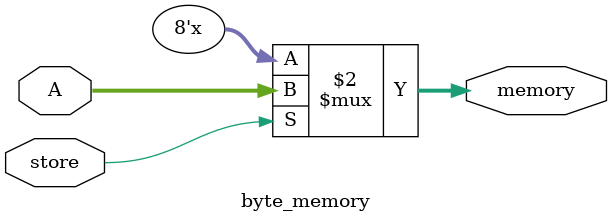
<source format=v>
module byte_memory(
    input [7:0] A,
    input store,
    output reg [7:0] memory
);

    always @(store) begin
        if (store)
            memory <= A;
    end

endmodule
</source>
